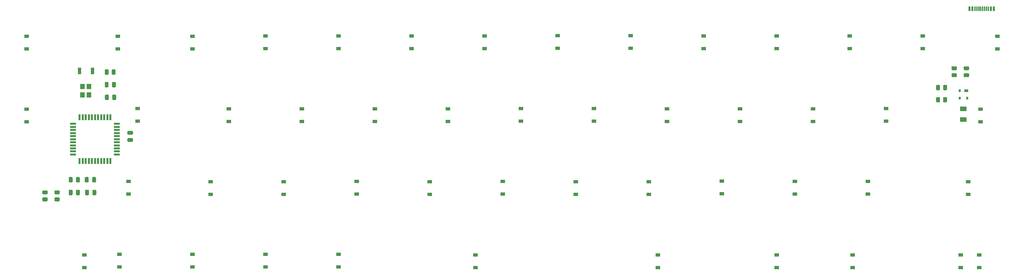
<source format=gtp>
%TF.GenerationSoftware,KiCad,Pcbnew,(5.1.12)-1*%
%TF.CreationDate,2022-01-19T18:35:02-06:00*%
%TF.ProjectId,pcb,7063622e-6b69-4636-9164-5f7063625858,rev?*%
%TF.SameCoordinates,Original*%
%TF.FileFunction,Paste,Top*%
%TF.FilePolarity,Positive*%
%FSLAX46Y46*%
G04 Gerber Fmt 4.6, Leading zero omitted, Abs format (unit mm)*
G04 Created by KiCad (PCBNEW (5.1.12)-1) date 2022-01-19 18:35:02*
%MOMM*%
%LPD*%
G01*
G04 APERTURE LIST*
%ADD10R,0.550000X1.500000*%
%ADD11R,1.500000X0.550000*%
%ADD12R,0.900000X1.700000*%
%ADD13R,1.200000X1.400000*%
%ADD14R,1.000000X0.700000*%
%ADD15R,0.600000X0.700000*%
%ADD16R,0.300000X1.160000*%
%ADD17R,0.600000X1.160000*%
%ADD18R,1.200000X0.900000*%
G04 APERTURE END LIST*
%TO.C,R7*%
G36*
G01*
X80618752Y-132560750D02*
X79718748Y-132560750D01*
G75*
G02*
X79468750Y-132310752I0J249998D01*
G01*
X79468750Y-131785748D01*
G75*
G02*
X79718748Y-131535750I249998J0D01*
G01*
X80618752Y-131535750D01*
G75*
G02*
X80868750Y-131785748I0J-249998D01*
G01*
X80868750Y-132310752D01*
G75*
G02*
X80618752Y-132560750I-249998J0D01*
G01*
G37*
G36*
G01*
X80618752Y-134385750D02*
X79718748Y-134385750D01*
G75*
G02*
X79468750Y-134135752I0J249998D01*
G01*
X79468750Y-133610748D01*
G75*
G02*
X79718748Y-133360750I249998J0D01*
G01*
X80618752Y-133360750D01*
G75*
G02*
X80868750Y-133610748I0J-249998D01*
G01*
X80868750Y-134135752D01*
G75*
G02*
X80618752Y-134385750I-249998J0D01*
G01*
G37*
%TD*%
D10*
%TO.C,U1*%
X97230700Y-123841750D03*
X96430700Y-123841750D03*
X95630700Y-123841750D03*
X94830700Y-123841750D03*
X94030700Y-123841750D03*
X93230700Y-123841750D03*
X92430700Y-123841750D03*
X91630700Y-123841750D03*
X90830700Y-123841750D03*
X90030700Y-123841750D03*
X89230700Y-123841750D03*
D11*
X87530700Y-122141750D03*
X87530700Y-121341750D03*
X87530700Y-120541750D03*
X87530700Y-119741750D03*
X87530700Y-118941750D03*
X87530700Y-118141750D03*
X87530700Y-117341750D03*
X87530700Y-116541750D03*
X87530700Y-115741750D03*
X87530700Y-114941750D03*
X87530700Y-114141750D03*
D10*
X89230700Y-112441750D03*
X90030700Y-112441750D03*
X90830700Y-112441750D03*
X91630700Y-112441750D03*
X92430700Y-112441750D03*
X93230700Y-112441750D03*
X94030700Y-112441750D03*
X94830700Y-112441750D03*
X95630700Y-112441750D03*
X96430700Y-112441750D03*
X97230700Y-112441750D03*
D11*
X98930700Y-114141750D03*
X98930700Y-114941750D03*
X98930700Y-115741750D03*
X98930700Y-116541750D03*
X98930700Y-117341750D03*
X98930700Y-118141750D03*
X98930700Y-118941750D03*
X98930700Y-119741750D03*
X98930700Y-120541750D03*
X98930700Y-121341750D03*
X98930700Y-122141750D03*
%TD*%
D12*
%TO.C,SW1*%
X92554000Y-100330000D03*
X89154000Y-100330000D03*
%TD*%
D13*
%TO.C,Y1*%
X91616000Y-104394000D03*
X91616000Y-106594000D03*
X89916000Y-106594000D03*
X89916000Y-104394000D03*
%TD*%
D14*
%TO.C,U2*%
X320528950Y-105441750D03*
D15*
X320728950Y-107441750D03*
X318828950Y-105441750D03*
X318828950Y-107441750D03*
%TD*%
%TO.C,R6*%
G36*
G01*
X317803952Y-100112250D02*
X316903948Y-100112250D01*
G75*
G02*
X316653950Y-99862252I0J249998D01*
G01*
X316653950Y-99337248D01*
G75*
G02*
X316903948Y-99087250I249998J0D01*
G01*
X317803952Y-99087250D01*
G75*
G02*
X318053950Y-99337248I0J-249998D01*
G01*
X318053950Y-99862252D01*
G75*
G02*
X317803952Y-100112250I-249998J0D01*
G01*
G37*
G36*
G01*
X317803952Y-101937250D02*
X316903948Y-101937250D01*
G75*
G02*
X316653950Y-101687252I0J249998D01*
G01*
X316653950Y-101162248D01*
G75*
G02*
X316903948Y-100912250I249998J0D01*
G01*
X317803952Y-100912250D01*
G75*
G02*
X318053950Y-101162248I0J-249998D01*
G01*
X318053950Y-101687252D01*
G75*
G02*
X317803952Y-101937250I-249998J0D01*
G01*
G37*
%TD*%
%TO.C,R5*%
G36*
G01*
X320998002Y-100112250D02*
X320097998Y-100112250D01*
G75*
G02*
X319848000Y-99862252I0J249998D01*
G01*
X319848000Y-99337248D01*
G75*
G02*
X320097998Y-99087250I249998J0D01*
G01*
X320998002Y-99087250D01*
G75*
G02*
X321248000Y-99337248I0J-249998D01*
G01*
X321248000Y-99862252D01*
G75*
G02*
X320998002Y-100112250I-249998J0D01*
G01*
G37*
G36*
G01*
X320998002Y-101937250D02*
X320097998Y-101937250D01*
G75*
G02*
X319848000Y-101687252I0J249998D01*
G01*
X319848000Y-101162248D01*
G75*
G02*
X320097998Y-100912250I249998J0D01*
G01*
X320998002Y-100912250D01*
G75*
G02*
X321248000Y-101162248I0J-249998D01*
G01*
X321248000Y-101687252D01*
G75*
G02*
X320998002Y-101937250I-249998J0D01*
G01*
G37*
%TD*%
%TO.C,R4*%
G36*
G01*
X95753500Y-101034002D02*
X95753500Y-100133998D01*
G75*
G02*
X96003498Y-99884000I249998J0D01*
G01*
X96528502Y-99884000D01*
G75*
G02*
X96778500Y-100133998I0J-249998D01*
G01*
X96778500Y-101034002D01*
G75*
G02*
X96528502Y-101284000I-249998J0D01*
G01*
X96003498Y-101284000D01*
G75*
G02*
X95753500Y-101034002I0J249998D01*
G01*
G37*
G36*
G01*
X97578500Y-101034002D02*
X97578500Y-100133998D01*
G75*
G02*
X97828498Y-99884000I249998J0D01*
G01*
X98353502Y-99884000D01*
G75*
G02*
X98603500Y-100133998I0J-249998D01*
G01*
X98603500Y-101034002D01*
G75*
G02*
X98353502Y-101284000I-249998J0D01*
G01*
X97828498Y-101284000D01*
G75*
G02*
X97578500Y-101034002I0J249998D01*
G01*
G37*
%TD*%
%TO.C,R3*%
G36*
G01*
X312635200Y-105098002D02*
X312635200Y-104197998D01*
G75*
G02*
X312885198Y-103948000I249998J0D01*
G01*
X313410202Y-103948000D01*
G75*
G02*
X313660200Y-104197998I0J-249998D01*
G01*
X313660200Y-105098002D01*
G75*
G02*
X313410202Y-105348000I-249998J0D01*
G01*
X312885198Y-105348000D01*
G75*
G02*
X312635200Y-105098002I0J249998D01*
G01*
G37*
G36*
G01*
X314460200Y-105098002D02*
X314460200Y-104197998D01*
G75*
G02*
X314710198Y-103948000I249998J0D01*
G01*
X315235202Y-103948000D01*
G75*
G02*
X315485200Y-104197998I0J-249998D01*
G01*
X315485200Y-105098002D01*
G75*
G02*
X315235202Y-105348000I-249998J0D01*
G01*
X314710198Y-105348000D01*
G75*
G02*
X314460200Y-105098002I0J249998D01*
G01*
G37*
%TD*%
%TO.C,R2*%
G36*
G01*
X314460200Y-108273002D02*
X314460200Y-107372998D01*
G75*
G02*
X314710198Y-107123000I249998J0D01*
G01*
X315235202Y-107123000D01*
G75*
G02*
X315485200Y-107372998I0J-249998D01*
G01*
X315485200Y-108273002D01*
G75*
G02*
X315235202Y-108523000I-249998J0D01*
G01*
X314710198Y-108523000D01*
G75*
G02*
X314460200Y-108273002I0J249998D01*
G01*
G37*
G36*
G01*
X312635200Y-108273002D02*
X312635200Y-107372998D01*
G75*
G02*
X312885198Y-107123000I249998J0D01*
G01*
X313410202Y-107123000D01*
G75*
G02*
X313660200Y-107372998I0J-249998D01*
G01*
X313660200Y-108273002D01*
G75*
G02*
X313410202Y-108523000I-249998J0D01*
G01*
X312885198Y-108523000D01*
G75*
G02*
X312635200Y-108273002I0J249998D01*
G01*
G37*
%TD*%
%TO.C,R1*%
G36*
G01*
X83793752Y-132560750D02*
X82893748Y-132560750D01*
G75*
G02*
X82643750Y-132310752I0J249998D01*
G01*
X82643750Y-131785748D01*
G75*
G02*
X82893748Y-131535750I249998J0D01*
G01*
X83793752Y-131535750D01*
G75*
G02*
X84043750Y-131785748I0J-249998D01*
G01*
X84043750Y-132310752D01*
G75*
G02*
X83793752Y-132560750I-249998J0D01*
G01*
G37*
G36*
G01*
X83793752Y-134385750D02*
X82893748Y-134385750D01*
G75*
G02*
X82643750Y-134135752I0J249998D01*
G01*
X82643750Y-133610748D01*
G75*
G02*
X82893748Y-133360750I249998J0D01*
G01*
X83793752Y-133360750D01*
G75*
G02*
X84043750Y-133610748I0J-249998D01*
G01*
X84043750Y-134135752D01*
G75*
G02*
X83793752Y-134385750I-249998J0D01*
G01*
G37*
%TD*%
D16*
%TO.C,J1*%
X325262400Y-84053880D03*
X324762400Y-84053880D03*
X324262400Y-84053880D03*
X326262400Y-84053880D03*
X325762400Y-84053880D03*
X323262400Y-84053880D03*
X323762400Y-84053880D03*
X322762400Y-84053880D03*
D17*
X326912400Y-84053880D03*
X326912400Y-84053880D03*
X327712400Y-84053880D03*
X327712400Y-84053880D03*
X322112400Y-84053880D03*
X321312400Y-84053880D03*
X322112400Y-84053880D03*
X321312400Y-84053880D03*
%TD*%
%TO.C,F1*%
G36*
G01*
X320360200Y-113629250D02*
X319110200Y-113629250D01*
G75*
G02*
X318860200Y-113379250I0J250000D01*
G01*
X318860200Y-112629250D01*
G75*
G02*
X319110200Y-112379250I250000J0D01*
G01*
X320360200Y-112379250D01*
G75*
G02*
X320610200Y-112629250I0J-250000D01*
G01*
X320610200Y-113379250D01*
G75*
G02*
X320360200Y-113629250I-250000J0D01*
G01*
G37*
G36*
G01*
X320360200Y-110829250D02*
X319110200Y-110829250D01*
G75*
G02*
X318860200Y-110579250I0J250000D01*
G01*
X318860200Y-109829250D01*
G75*
G02*
X319110200Y-109579250I250000J0D01*
G01*
X320360200Y-109579250D01*
G75*
G02*
X320610200Y-109829250I0J-250000D01*
G01*
X320610200Y-110579250D01*
G75*
G02*
X320360200Y-110829250I-250000J0D01*
G01*
G37*
%TD*%
D18*
%TO.C,D50*%
X90487500Y-151668750D03*
X90487500Y-148368750D03*
%TD*%
%TO.C,D49*%
X99580700Y-151541750D03*
X99580700Y-148241750D03*
%TD*%
%TO.C,D48*%
X118630700Y-151541750D03*
X118630700Y-148241750D03*
%TD*%
%TO.C,D47*%
X137680700Y-151541750D03*
X137680700Y-148241750D03*
%TD*%
%TO.C,D46*%
X156730700Y-151541750D03*
X156730700Y-148241750D03*
%TD*%
%TO.C,D45*%
X192449450Y-151731250D03*
X192449450Y-148431250D03*
%TD*%
%TO.C,D44*%
X240074450Y-151668750D03*
X240074450Y-148368750D03*
%TD*%
%TO.C,D43*%
X271030700Y-151731250D03*
X271030700Y-148431250D03*
%TD*%
%TO.C,D42*%
X290874450Y-151731250D03*
X290874450Y-148431250D03*
%TD*%
%TO.C,D41*%
X319087500Y-151731250D03*
X319087500Y-148431250D03*
%TD*%
%TO.C,D40*%
X323850000Y-151731250D03*
X323850000Y-148431250D03*
%TD*%
%TO.C,D39*%
X101961950Y-129191750D03*
X101961950Y-132491750D03*
%TD*%
%TO.C,D38*%
X123393200Y-132554250D03*
X123393200Y-129254250D03*
%TD*%
%TO.C,D37*%
X142443200Y-132554250D03*
X142443200Y-129254250D03*
%TD*%
%TO.C,D36*%
X161493200Y-132491750D03*
X161493200Y-129191750D03*
%TD*%
%TO.C,D35*%
X180543200Y-132554250D03*
X180543200Y-129254250D03*
%TD*%
%TO.C,D34*%
X199593200Y-132491750D03*
X199593200Y-129191750D03*
%TD*%
%TO.C,D33*%
X218643200Y-132554250D03*
X218643200Y-129254250D03*
%TD*%
%TO.C,D32*%
X237693200Y-132554250D03*
X237693200Y-129254250D03*
%TD*%
%TO.C,D31*%
X256762250Y-132428250D03*
X256762250Y-129128250D03*
%TD*%
%TO.C,D30*%
X275793200Y-132491750D03*
X275793200Y-129191750D03*
%TD*%
%TO.C,D29*%
X294843200Y-132491750D03*
X294843200Y-129191750D03*
%TD*%
%TO.C,D28*%
X321036950Y-132554250D03*
X321036950Y-129254250D03*
%TD*%
%TO.C,D27*%
X75406250Y-113631250D03*
X75406250Y-110331250D03*
%TD*%
%TO.C,D26*%
X104343200Y-113441750D03*
X104343200Y-110141750D03*
%TD*%
%TO.C,D25*%
X128155700Y-113504250D03*
X128155700Y-110204250D03*
%TD*%
%TO.C,D24*%
X147205700Y-113504250D03*
X147205700Y-110204250D03*
%TD*%
%TO.C,D23*%
X166255700Y-113504250D03*
X166255700Y-110204250D03*
%TD*%
%TO.C,D22*%
X185305700Y-110204250D03*
X185305700Y-113504250D03*
%TD*%
%TO.C,D21*%
X204355700Y-113441750D03*
X204355700Y-110141750D03*
%TD*%
%TO.C,D20*%
X223405700Y-113441750D03*
X223405700Y-110141750D03*
%TD*%
%TO.C,D19*%
X242455700Y-113504250D03*
X242455700Y-110204250D03*
%TD*%
%TO.C,D18*%
X261505700Y-113504250D03*
X261505700Y-110204250D03*
%TD*%
%TO.C,D17*%
X280555700Y-113504250D03*
X280555700Y-110204250D03*
%TD*%
%TO.C,D16*%
X299605700Y-113441750D03*
X299605700Y-110141750D03*
%TD*%
%TO.C,D15*%
X324211950Y-110331250D03*
X324211950Y-113631250D03*
%TD*%
%TO.C,D14*%
X75406250Y-94581250D03*
X75406250Y-91281250D03*
%TD*%
%TO.C,D13*%
X99218750Y-94581250D03*
X99218750Y-91281250D03*
%TD*%
%TO.C,D12*%
X118630700Y-94581250D03*
X118630700Y-91281250D03*
%TD*%
%TO.C,D11*%
X137680700Y-94454250D03*
X137680700Y-91154250D03*
%TD*%
%TO.C,D10*%
X156730700Y-94454250D03*
X156730700Y-91154250D03*
%TD*%
%TO.C,D9*%
X175780700Y-94454250D03*
X175780700Y-91154250D03*
%TD*%
%TO.C,D8*%
X194830700Y-94454250D03*
X194830700Y-91154250D03*
%TD*%
%TO.C,D7*%
X213880700Y-94391750D03*
X213880700Y-91091750D03*
%TD*%
%TO.C,D6*%
X232930700Y-94391750D03*
X232930700Y-91091750D03*
%TD*%
%TO.C,D5*%
X251980700Y-94454250D03*
X251980700Y-91154250D03*
%TD*%
%TO.C,D4*%
X271030700Y-94454250D03*
X271030700Y-91154250D03*
%TD*%
%TO.C,D3*%
X290080700Y-94454250D03*
X290080700Y-91154250D03*
%TD*%
%TO.C,D2*%
X309130700Y-94454250D03*
X309130700Y-91154250D03*
%TD*%
%TO.C,D1*%
X328612500Y-94581250D03*
X328612500Y-91281250D03*
%TD*%
%TO.C,C7*%
G36*
G01*
X97732000Y-107663000D02*
X97732000Y-106713000D01*
G75*
G02*
X97982000Y-106463000I250000J0D01*
G01*
X98482000Y-106463000D01*
G75*
G02*
X98732000Y-106713000I0J-250000D01*
G01*
X98732000Y-107663000D01*
G75*
G02*
X98482000Y-107913000I-250000J0D01*
G01*
X97982000Y-107913000D01*
G75*
G02*
X97732000Y-107663000I0J250000D01*
G01*
G37*
G36*
G01*
X95832000Y-107663000D02*
X95832000Y-106713000D01*
G75*
G02*
X96082000Y-106463000I250000J0D01*
G01*
X96582000Y-106463000D01*
G75*
G02*
X96832000Y-106713000I0J-250000D01*
G01*
X96832000Y-107663000D01*
G75*
G02*
X96582000Y-107913000I-250000J0D01*
G01*
X96082000Y-107913000D01*
G75*
G02*
X95832000Y-107663000I0J250000D01*
G01*
G37*
%TD*%
%TO.C,C6*%
G36*
G01*
X97666000Y-104361000D02*
X97666000Y-103411000D01*
G75*
G02*
X97916000Y-103161000I250000J0D01*
G01*
X98416000Y-103161000D01*
G75*
G02*
X98666000Y-103411000I0J-250000D01*
G01*
X98666000Y-104361000D01*
G75*
G02*
X98416000Y-104611000I-250000J0D01*
G01*
X97916000Y-104611000D01*
G75*
G02*
X97666000Y-104361000I0J250000D01*
G01*
G37*
G36*
G01*
X95766000Y-104361000D02*
X95766000Y-103411000D01*
G75*
G02*
X96016000Y-103161000I250000J0D01*
G01*
X96516000Y-103161000D01*
G75*
G02*
X96766000Y-103411000I0J-250000D01*
G01*
X96766000Y-104361000D01*
G75*
G02*
X96516000Y-104611000I-250000J0D01*
G01*
X96016000Y-104611000D01*
G75*
G02*
X95766000Y-104361000I0J250000D01*
G01*
G37*
%TD*%
%TO.C,C5*%
G36*
G01*
X92554250Y-132555000D02*
X92554250Y-131605000D01*
G75*
G02*
X92804250Y-131355000I250000J0D01*
G01*
X93304250Y-131355000D01*
G75*
G02*
X93554250Y-131605000I0J-250000D01*
G01*
X93554250Y-132555000D01*
G75*
G02*
X93304250Y-132805000I-250000J0D01*
G01*
X92804250Y-132805000D01*
G75*
G02*
X92554250Y-132555000I0J250000D01*
G01*
G37*
G36*
G01*
X90654250Y-132555000D02*
X90654250Y-131605000D01*
G75*
G02*
X90904250Y-131355000I250000J0D01*
G01*
X91404250Y-131355000D01*
G75*
G02*
X91654250Y-131605000I0J-250000D01*
G01*
X91654250Y-132555000D01*
G75*
G02*
X91404250Y-132805000I-250000J0D01*
G01*
X90904250Y-132805000D01*
G75*
G02*
X90654250Y-132555000I0J250000D01*
G01*
G37*
%TD*%
%TO.C,C4*%
G36*
G01*
X86380700Y-132555000D02*
X86380700Y-131605000D01*
G75*
G02*
X86630700Y-131355000I250000J0D01*
G01*
X87130700Y-131355000D01*
G75*
G02*
X87380700Y-131605000I0J-250000D01*
G01*
X87380700Y-132555000D01*
G75*
G02*
X87130700Y-132805000I-250000J0D01*
G01*
X86630700Y-132805000D01*
G75*
G02*
X86380700Y-132555000I0J250000D01*
G01*
G37*
G36*
G01*
X88280700Y-132555000D02*
X88280700Y-131605000D01*
G75*
G02*
X88530700Y-131355000I250000J0D01*
G01*
X89030700Y-131355000D01*
G75*
G02*
X89280700Y-131605000I0J-250000D01*
G01*
X89280700Y-132555000D01*
G75*
G02*
X89030700Y-132805000I-250000J0D01*
G01*
X88530700Y-132805000D01*
G75*
G02*
X88280700Y-132555000I0J250000D01*
G01*
G37*
%TD*%
%TO.C,C3*%
G36*
G01*
X92474200Y-129221250D02*
X92474200Y-128271250D01*
G75*
G02*
X92724200Y-128021250I250000J0D01*
G01*
X93224200Y-128021250D01*
G75*
G02*
X93474200Y-128271250I0J-250000D01*
G01*
X93474200Y-129221250D01*
G75*
G02*
X93224200Y-129471250I-250000J0D01*
G01*
X92724200Y-129471250D01*
G75*
G02*
X92474200Y-129221250I0J250000D01*
G01*
G37*
G36*
G01*
X90574200Y-129221250D02*
X90574200Y-128271250D01*
G75*
G02*
X90824200Y-128021250I250000J0D01*
G01*
X91324200Y-128021250D01*
G75*
G02*
X91574200Y-128271250I0J-250000D01*
G01*
X91574200Y-129221250D01*
G75*
G02*
X91324200Y-129471250I-250000J0D01*
G01*
X90824200Y-129471250D01*
G75*
G02*
X90574200Y-129221250I0J250000D01*
G01*
G37*
%TD*%
%TO.C,C2*%
G36*
G01*
X86380700Y-129221250D02*
X86380700Y-128271250D01*
G75*
G02*
X86630700Y-128021250I250000J0D01*
G01*
X87130700Y-128021250D01*
G75*
G02*
X87380700Y-128271250I0J-250000D01*
G01*
X87380700Y-129221250D01*
G75*
G02*
X87130700Y-129471250I-250000J0D01*
G01*
X86630700Y-129471250D01*
G75*
G02*
X86380700Y-129221250I0J250000D01*
G01*
G37*
G36*
G01*
X88280700Y-129221250D02*
X88280700Y-128271250D01*
G75*
G02*
X88530700Y-128021250I250000J0D01*
G01*
X89030700Y-128021250D01*
G75*
G02*
X89280700Y-128271250I0J-250000D01*
G01*
X89280700Y-129221250D01*
G75*
G02*
X89030700Y-129471250I-250000J0D01*
G01*
X88530700Y-129471250D01*
G75*
G02*
X88280700Y-129221250I0J250000D01*
G01*
G37*
%TD*%
%TO.C,C1*%
G36*
G01*
X101918750Y-117864000D02*
X102868750Y-117864000D01*
G75*
G02*
X103118750Y-118114000I0J-250000D01*
G01*
X103118750Y-118614000D01*
G75*
G02*
X102868750Y-118864000I-250000J0D01*
G01*
X101918750Y-118864000D01*
G75*
G02*
X101668750Y-118614000I0J250000D01*
G01*
X101668750Y-118114000D01*
G75*
G02*
X101918750Y-117864000I250000J0D01*
G01*
G37*
G36*
G01*
X101918750Y-115964000D02*
X102868750Y-115964000D01*
G75*
G02*
X103118750Y-116214000I0J-250000D01*
G01*
X103118750Y-116714000D01*
G75*
G02*
X102868750Y-116964000I-250000J0D01*
G01*
X101918750Y-116964000D01*
G75*
G02*
X101668750Y-116714000I0J250000D01*
G01*
X101668750Y-116214000D01*
G75*
G02*
X101918750Y-115964000I250000J0D01*
G01*
G37*
%TD*%
M02*

</source>
